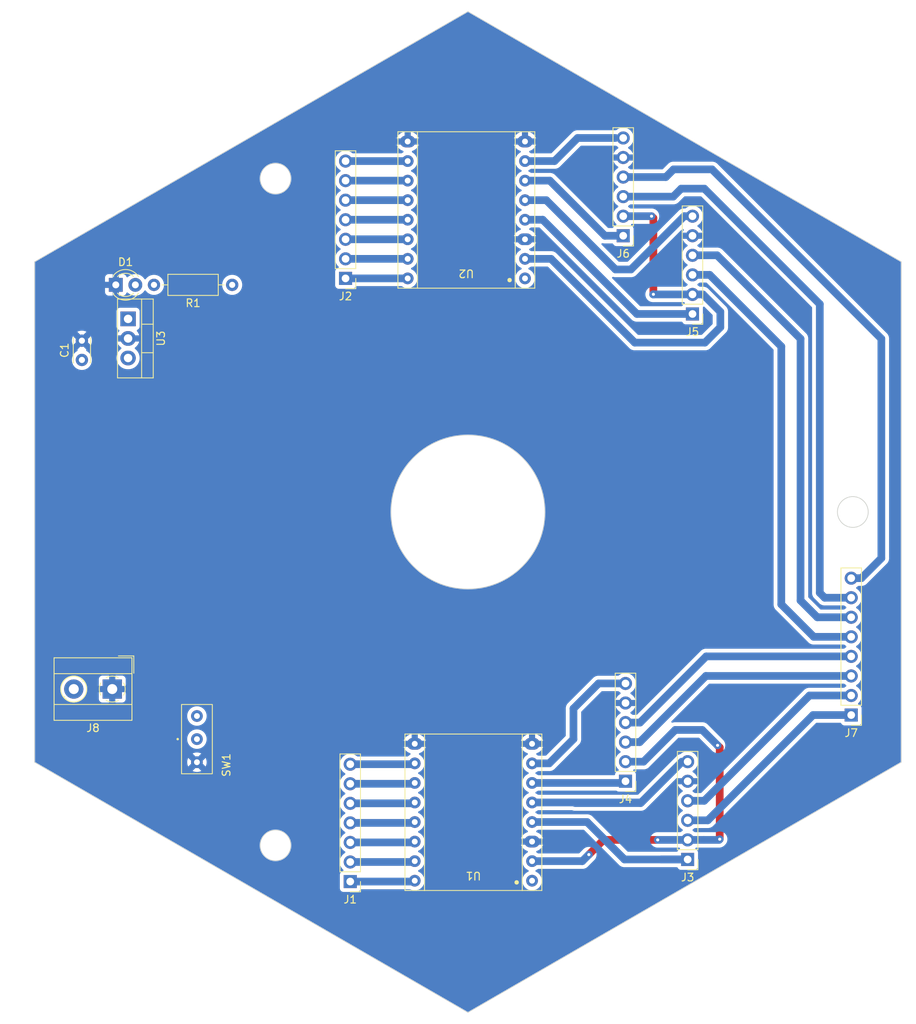
<source format=kicad_pcb>
(kicad_pcb (version 20221018) (generator pcbnew)
  (layers (0 "F.Cu" signal) (31 "B.Cu" signal) (34 "B.Paste" user) (35 "F.Paste" user) (36 "B.SilkS" user "B.Silkscreen") (37 "F.SilkS" user "F.Silkscreen") (38 "B.Mask" user) (39 "F.Mask" user) (44 "Edge.Cuts" user))
  (net 0 "")
  (net 1 "+5V")
  (net 2 "GND")
  (net 3 "Net-(D1-A)")
  (net 4 "/PWM_A")
  (net 5 "/PWM_B")
  (net 6 "/IN_B1")
  (net 7 "/IN_B2")
  (net 8 "/PWM_C")
  (net 9 "/IN_C1")
  (net 10 "/IN_C2")
  (net 11 "/PWM_D")
  (net 12 "/IN_D1")
  (net 13 "/IN_D2")
  (net 14 "/A1")
  (net 15 "/A2")
  (net 16 "/M1Ea")
  (net 17 "/M1Eb")
  (net 18 "/B1")
  (net 19 "/B2")
  (net 20 "/C1")
  (net 21 "/C2")
  (net 22 "/M2Ea")
  (net 23 "/M2Eb")
  (net 24 "/D1")
  (net 25 "/D2")
  (net 26 "VS")
  (net 27 "VCC")
  (net 28 "/STBY1")
  (net 29 "/STBY2")
  (net 30 "/IN_A2")
  (net 31 "/IN_A1")
  (net 32 "/M3Ea")
  (net 33 "/M3Eb")
  (net 34 "/M4Ea")
  (net 35 "/M4Eb")
  (footprint "Package_TO_SOT_THT:TO-220-3_Vertical" (layer "F.Cu") (at 107.638302 80.42 -90)
    (fp_text reference "U3" (at 2.54 -4.27 90) (layer "F.SilkS"))
    (fp_text value "L7805")
    (fp_line (start -2.58 -3.27) (end -2.58 1.371) (stroke (width 0.12)) (layer "F.SilkS"))
    (fp_line (start -2.58 -3.27) (end 7.66 -3.27) (stroke (width 0.12)) (layer "F.SilkS"))
    (fp_line (start -2.58 -1.76) (end 7.66 -1.76) (stroke (width 0.12)) (layer "F.SilkS"))
    (fp_line (start -2.58 1.371) (end 7.66 1.371) (stroke (width 0.12)) (layer "F.SilkS"))
    (fp_line (start 0.69 -3.27) (end 0.69 -1.76) (stroke (width 0.12)) (layer "F.SilkS"))
    (fp_line (start 4.391 -3.27) (end 4.391 -1.76) (stroke (width 0.12)) (layer "F.SilkS"))
    (fp_line (start 7.66 -3.27) (end 7.66 1.371) (stroke (width 0.12)) (layer "F.SilkS"))
    (pad "1" thru_hole rect (at 0 0 270) (size 1.905 2) (drill 1.1) (layers "*.Cu" "*.Mask") (net 26 "VS"))
    (pad "2" thru_hole oval (at 2.54 0 270) (size 1.905 2) (drill 1.1) (layers "*.Cu" "*.Mask") (net 2 "GND"))
    (pad "3" thru_hole oval (at 5.08 0 270) (size 1.905 2) (drill 1.1) (layers "*.Cu" "*.Mask") (net 1 "+5V"))
  )
  (footprint "Resistor_THT:R_Axial_DIN0207_L6.3mm_D2.5mm_P10.16mm_Horizontal" (layer "F.Cu") (at 121.163302 76 180)
    (fp_text reference "R1" (at 5.08 -2.37) (layer "F.SilkS"))
    (fp_text value "R")
    (fp_line (start 1.04 0) (end 1.81 0) (stroke (width 0.12)) (layer "F.SilkS"))
    (fp_line (start 1.81 -1.37) (end 1.81 1.37) (stroke (width 0.12)) (layer "F.SilkS"))
    (fp_line (start 1.81 1.37) (end 8.35 1.37) (stroke (width 0.12)) (layer "F.SilkS"))
    (fp_line (start 8.35 -1.37) (end 1.81 -1.37) (stroke (width 0.12)) (layer "F.SilkS"))
    (fp_line (start 8.35 1.37) (end 8.35 -1.37) (stroke (width 0.12)) (layer "F.SilkS"))
    (fp_line (start 9.12 0) (end 8.35 0) (stroke (width 0.12)) (layer "F.SilkS"))
    (pad "1" thru_hole circle (at 0 0 180) (size 1.6 1.6) (drill 0.8) (layers "*.Cu" "*.Mask") (net 1 "+5V"))
    (pad "2" thru_hole oval (at 10.16 0 180) (size 1.6 1.6) (drill 0.8) (layers "*.Cu" "*.Mask") (net 3 "Net-(D1-A)"))
  )
  (footprint "Connector_PinHeader_2.54mm:PinHeader_1x07_P2.54mm_Vertical" (layer "F.Cu") (at 135.889188 75.16 180)
    (fp_text reference "J2" (at 0 -2.33) (layer "F.SilkS"))
    (fp_text value "U2_input")
    (fp_line (start -1.33 -1.33) (end 0 -1.33) (stroke (width 0.12)) (layer "F.SilkS"))
    (fp_line (start -1.33 0) (end -1.33 -1.33) (stroke (width 0.12)) (layer "F.SilkS"))
    (fp_line (start -1.33 1.27) (end -1.33 16.57) (stroke (width 0.12)) (layer "F.SilkS"))
    (fp_line (start -1.33 1.27) (end 1.33 1.27) (stroke (width 0.12)) (layer "F.SilkS"))
    (fp_line (start -1.33 16.57) (end 1.33 16.57) (stroke (width 0.12)) (layer "F.SilkS"))
    (fp_line (start 1.33 1.27) (end 1.33 16.57) (stroke (width 0.12)) (layer "F.SilkS"))
    (pad "1" thru_hole rect (at 0 0 180) (size 1.7 1.7) (drill 1) (layers "*.Cu" "*.Mask") (net 8 "/PWM_C"))
    (pad "2" thru_hole oval (at 0 2.54 180) (size 1.7 1.7) (drill 1) (layers "*.Cu" "*.Mask") (net 10 "/IN_C2"))
    (pad "3" thru_hole oval (at 0 5.08 180) (size 1.7 1.7) (drill 1) (layers "*.Cu" "*.Mask") (net 9 "/IN_C1"))
    (pad "4" thru_hole oval (at 0 7.62 180) (size 1.7 1.7) (drill 1) (layers "*.Cu" "*.Mask") (net 29 "/STBY2"))
    (pad "5" thru_hole oval (at 0 10.16 180) (size 1.7 1.7) (drill 1) (layers "*.Cu" "*.Mask") (net 12 "/IN_D1"))
    (pad "6" thru_hole oval (at 0 12.7 180) (size 1.7 1.7) (drill 1) (layers "*.Cu" "*.Mask") (net 13 "/IN_D2"))
    (pad "7" thru_hole oval (at 0 15.24 180) (size 1.7 1.7) (drill 1) (layers "*.Cu" "*.Mask") (net 11 "/PWM_D"))
  )
  (footprint "LED_THT:LED_D3.0mm_Clear" (layer "F.Cu") (at 106.043302 76)
    (fp_text reference "D1" (at 1.27 -2.96) (layer "F.SilkS"))
    (fp_text value "LED")
    (fp_line (start -0.29 -1.236) (end -0.29 -1.08) (stroke (width 0.12)) (layer "F.SilkS"))
    (fp_line (start -0.29 1.08) (end -0.29 1.236) (stroke (width 0.12)) (layer "F.SilkS"))
    (fp_arc (start -0.29 -1.235516) (mid 1.366487 -1.987659) (end 2.942335 -1.078608) (stroke (width 0.12)) (layer "F.SilkS"))
    (fp_arc (start 0.229039 -1.08) (mid 1.270117 -1.5) (end 2.31113 -1.079837) (stroke (width 0.12)) (layer "F.SilkS"))
    (fp_arc (start 2.31113 1.079837) (mid 1.270117 1.5) (end 0.229039 1.08) (stroke (width 0.12)) (layer "F.SilkS"))
    (fp_arc (start 2.942335 1.078608) (mid 1.366487 1.987659) (end -0.29 1.235516) (stroke (width 0.12)) (layer "F.SilkS"))
    (pad "1" thru_hole rect (at 0 0) (size 1.8 1.8) (drill 0.9) (layers "*.Cu" "*.Mask") (net 2 "GND"))
    (pad "2" thru_hole circle (at 2.54 0) (size 1.8 1.8) (drill 0.9) (layers "*.Cu" "*.Mask") (net 3 "Net-(D1-A)"))
  )
  (footprint "sche:TB1266FNG_Module" (layer "F.Cu") (at 159.203302 57.38 180)
    (fp_text reference "U2" (at 7.62 -17.145 180 unlocked) (layer "F.SilkS"))
    (fp_text value "TB6612FNG_Module")
    (fp_line (start -1.27 -19.05) (end 1.27 -19.05) (stroke (width 0.12)) (layer "F.SilkS"))
    (fp_line (start -1.27 1.27) (end -1.27 -19.05) (stroke (width 0.12)) (layer "F.SilkS"))
    (fp_line (start 1.27 -19.05) (end 1.27 1.27) (stroke (width 0.12)) (layer "F.SilkS"))
    (fp_line (start 1.27 -19.05) (end 13.97 -19.05) (stroke (width 0.12)) (layer "F.SilkS"))
    (fp_line (start 1.27 1.27) (end -1.27 1.27) (stroke (width 0.12)) (layer "F.SilkS"))
    (fp_line (start 13.97 -19.05) (end 16.51 -19.05) (stroke (width 0.12)) (layer "F.SilkS"))
    (fp_line (start 13.97 1.27) (end 1.27 1.27) (stroke (width 0.12)) (layer "F.SilkS"))
    (fp_line (start 13.97 1.27) (end 13.97 -19.05) (stroke (width 0.12)) (layer "F.SilkS"))
    (fp_line (start 16.51 -19.05) (end 16.51 1.27) (stroke (width 0.12)) (layer "F.SilkS"))
    (fp_line (start 16.51 1.27) (end 13.97 1.27) (stroke (width 0.12)) (layer "F.SilkS"))
    (fp_circle (center 2 -18) (end 2.223607 -18) (stroke (width 0.12)) (fill solid) (layer "F.SilkS"))
    (pad "1" thru_hole circle (at 0 -17.78) (size 1.524 1.524) (drill 0.762) (layers "*.Cu" "*.Mask") (net 26 "VS"))
    (pad "2" thru_hole circle (at 0 -15.24) (size 1.524 1.524) (drill 0.762) (layers "*.Cu" "*.Mask") (net 1 "+5V"))
    (pad "3" thru_hole oval (at 0 -12.7) (size 2 1.524) (drill 0.762) (layers "*.Cu" "*.Mask") (net 2 "GND"))
    (pad "4" thru_hole circle (at 0 -10.16) (size 1.524 1.524) (drill 0.762) (layers "*.Cu" "*.Mask") (net 20 "/C1"))
    (pad "5" thru_hole circle (at 0 -7.62) (size 1.524 1.524) (drill 0.762) (layers "*.Cu" "*.Mask") (net 21 "/C2"))
    (pad "6" thru_hole circle (at 0 -5.08) (size 1.524 1.524) (drill 0.762) (layers "*.Cu" "*.Mask") (net 24 "/D1"))
    (pad "7" thru_hole circle (at 0 -2.54) (size 1.524 1.524) (drill 0.762) (layers "*.Cu" "*.Mask") (net 25 "/D2"))
    (pad "8" thru_hole oval (at 0 0) (size 2 1.524) (drill 0.762) (layers "*.Cu" "*.Mask") (net 2 "GND"))
    (pad "9" thru_hole circle (at 15.24 -17.78) (size 1.524 1.524) (drill 0.762) (layers "*.Cu" "*.Mask") (net 8 "/PWM_C"))
    (pad "10" thru_hole circle (at 15.24 -15.24) (size 1.524 1.524) (drill 0.762) (layers "*.Cu" "*.Mask") (net 10 "/IN_C2"))
    (pad "11" thru_hole circle (at 15.24 -12.7) (size 1.524 1.524) (drill 0.762) (layers "*.Cu" "*.Mask") (net 9 "/IN_C1"))
    (pad "12" thru_hole circle (at 15.24 -10.16) (size 1.524 1.524) (drill 0.762) (layers "*.Cu" "*.Mask") (net 29 "/STBY2"))
    (pad "13" thru_hole circle (at 15.24 -7.62) (size 1.524 1.524) (drill 0.762) (layers "*.Cu" "*.Mask") (net 12 "/IN_D1"))
    (pad "14" thru_hole circle (at 15.24 -5.08) (size 1.524 1.524) (drill 0.762) (layers "*.Cu" "*.Mask") (net 13 "/IN_D2"))
    (pad "15" thru_hole circle (at 15.24 -2.54) (size 1.524 1.524) (drill 0.762) (layers "*.Cu" "*.Mask") (net 11 "/PWM_D"))
    (pad "16" thru_hole oval (at 15.24 0) (size 2 1.524) (drill 0.762) (layers "*.Cu" "*.Mask") (net 2 "GND"))
  )
  (footprint "Connector_PinHeader_2.54mm:PinHeader_1x06_P2.54mm_Vertical" (layer "F.Cu") (at 172.26 140.47 180)
    (fp_text reference "J4" (at 0 -2.33) (layer "F.SilkS"))
    (fp_text value "M2")
    (fp_line (start -1.33 -1.33) (end 0 -1.33) (stroke (width 0.12)) (layer "F.SilkS"))
    (fp_line (start -1.33 0) (end -1.33 -1.33) (stroke (width 0.12)) (layer "F.SilkS"))
    (fp_line (start -1.33 1.27) (end -1.33 14.03) (stroke (width 0.12)) (layer "F.SilkS"))
    (fp_line (start -1.33 1.27) (end 1.33 1.27) (stroke (width 0.12)) (layer "F.SilkS"))
    (fp_line (start -1.33 14.03) (end 1.33 14.03) (stroke (width 0.12)) (layer "F.SilkS"))
    (fp_line (start 1.33 1.27) (end 1.33 14.03) (stroke (width 0.12)) (layer "F.SilkS"))
    (pad "1" thru_hole rect (at 0 0 180) (size 1.7 1.7) (drill 1) (layers "*.Cu" "*.Mask") (net 18 "/B1"))
    (pad "2" thru_hole oval (at 0 2.54 180) (size 1.7 1.7) (drill 1) (layers "*.Cu" "*.Mask") (net 1 "+5V"))
    (pad "3" thru_hole oval (at 0 5.08 180) (size 1.7 1.7) (drill 1) (layers "*.Cu" "*.Mask") (net 22 "/M2Ea"))
    (pad "4" thru_hole oval (at 0 7.62 180) (size 1.7 1.7) (drill 1) (layers "*.Cu" "*.Mask") (net 23 "/M2Eb"))
    (pad "5" thru_hole oval (at 0 10.16 180) (size 1.7 1.7) (drill 1) (layers "*.Cu" "*.Mask") (net 2 "GND"))
    (pad "6" thru_hole oval (at 0 12.7 180) (size 1.7 1.7) (drill 1) (layers "*.Cu" "*.Mask") (net 19 "/B2"))
  )
  (footprint "Connector_PinHeader_2.54mm:PinHeader_1x07_P2.54mm_Vertical" (layer "F.Cu") (at 136.5 153.5 180)
    (fp_text reference "J1" (at 0 -2.33) (layer "F.SilkS"))
    (fp_text value "U1_input")
    (fp_line (start -1.33 -1.33) (end 0 -1.33) (stroke (width 0.12)) (layer "F.SilkS"))
    (fp_line (start -1.33 0) (end -1.33 -1.33) (stroke (width 0.12)) (layer "F.SilkS"))
    (fp_line (start -1.33 1.27) (end -1.33 16.57) (stroke (width 0.12)) (layer "F.SilkS"))
    (fp_line (start -1.33 1.27) (end 1.33 1.27) (stroke (width 0.12)) (layer "F.SilkS"))
    (fp_line (start -1.33 16.57) (end 1.33 16.57) (stroke (width 0.12)) (layer "F.SilkS"))
    (fp_line (start 1.33 1.27) (end 1.33 16.57) (stroke (width 0.12)) (layer "F.SilkS"))
    (pad "1" thru_hole rect (at 0 0 180) (size 1.7 1.7) (drill 1) (layers "*.Cu" "*.Mask") (net 4 "/PWM_A"))
    (pad "2" thru_hole oval (at 0 2.54 180) (size 1.7 1.7) (drill 1) (layers "*.Cu" "*.Mask") (net 30 "/IN_A2"))
    (pad "3" thru_hole oval (at 0 5.08 180) (size 1.7 1.7) (drill 1) (layers "*.Cu" "*.Mask") (net 31 "/IN_A1"))
    (pad "4" thru_hole oval (at 0 7.62 180) (size 1.7 1.7) (drill 1) (layers "*.Cu" "*.Mask") (net 28 "/STBY1"))
    (pad "5" thru_hole oval (at 0 10.16 180) (size 1.7 1.7) (drill 1) (layers "*.Cu" "*.Mask") (net 6 "/IN_B1"))
    (pad "6" thru_hole oval (at 0 12.7 180) (size 1.7 1.7) (drill 1) (layers "*.Cu" "*.Mask") (net 7 "/IN_B2"))
    (pad "7" thru_hole oval (at 0 15.24 180) (size 1.7 1.7) (drill 1) (layers "*.Cu" "*.Mask") (net 5 "/PWM_B"))
  )
  (footprint "sche:TB1266FNG_Module" (layer "F.Cu") (at 160.12 135.61 180)
    (fp_text reference "U1" (at 7.62 -17.145 180 unlocked) (layer "F.SilkS"))
    (fp_text value "TB6612FNG_Module")
    (fp_line (start -1.27 -19.05) (end 1.27 -19.05) (stroke (width 0.12)) (layer "F.SilkS"))
    (fp_line (start -1.27 1.27) (end -1.27 -19.05) (stroke (width 0.12)) (layer "F.SilkS"))
    (fp_line (start 1.27 -19.05) (end 1.27 1.27) (stroke (width 0.12)) (layer "F.SilkS"))
    (fp_line (start 1.27 -19.05) (end 13.97 -19.05) (stroke (width 0.12)) (layer "F.SilkS"))
    (fp_line (start 1.27 1.27) (end -1.27 1.27) (stroke (width 0.12)) (layer "F.SilkS"))
    (fp_line (start 13.97 -19.05) (end 16.51 -19.05) (stroke (width 0.12)) (layer "F.SilkS"))
    (fp_line (start 13.97 1.27) (end 1.27 1.27) (stroke (width 0.12)) (layer "F.SilkS"))
    (fp_line (start 13.97 1.27) (end 13.97 -19.05) (stroke (width 0.12)) (layer "F.SilkS"))
    (fp_line (start 16.51 -19.05) (end 16.51 1.27) (stroke (width 0.12)) (layer "F.SilkS"))
    (fp_line (start 16.51 1.27) (end 13.97 1.27) (stroke (width 0.12)) (layer "F.SilkS"))
    (fp_circle (center 2 -18) (end 2.223607 -18) (stroke (width 0.12)) (fill solid) (layer "F.SilkS"))
    (pad "1" thru_hole circle (at 0 -17.78) (size 1.524 1.524) (drill 0.762) (layers "*.Cu" "*.Mask") (net 26 "VS"))
    (pad "2" thru_hole circle (at 0 -15.24) (size 1.524 1.524) (drill 0.762) (layers "*.Cu" "*.Mask") (net 1 "+5V"))
    (pad "3" thru_hole oval (at 0 -12.7) (size 2 1.524) (drill 0.762) (layers "*.Cu" "*.Mask") (net 2 "GND"))
    (pad "4" thru_hole circle (at 0 -10.16) (size 1.524 1.524) (drill 0.762) (layers "*.Cu" "*.Mask") (net 14 "/A1"))
    (pad "5" thru_hole circle (at 0 -7.62) (size 1.524 1.524) (drill 0.762) (layers "*.Cu" "*.Mask") (net 15 "/A2"))
    (pad "6" thru_hole circle (at 0 -5.08) (size 1.524 1.524) (drill 0.762) (layers "*.Cu" "*.Mask") (net 18 "/B1"))
    (pad "7" thru_hole circle (at 0 -2.54) (size 1.524 1.524) (drill 0.762) (layers "*.Cu" "*.Mask") (net 19 "/B2"))
    (pad "8" thru_hole oval (at 0 0) (size 2 1.524) (drill 0.762) (layers "*.Cu" "*.Mask") (net 2 "GND"))
    (pad "9" thru_hole circle (at 15.24 -17.78) (size 1.524 1.524) (drill 0.762) (layers "*.Cu" "*.Mask") (net 4 "/PWM_A"))
    (pad "10" thru_hole circle (at 15.24 -15.24) (size 1.524 1.524) (drill 0.762) (layers "*.Cu" "*.Mask") (net 30 "/IN_A2"))
    (pad "11" thru_hole circle (at 15.24 -12.7) (size 1.524 1.524) (drill 0.762) (layers "*.Cu" "*.Mask") (net 31 "/IN_A1"))
    (pad "12" thru_hole circle (at 15.24 -10.16) (size 1.524 1.524) (drill 0.762) (layers "*.Cu" "*.Mask") (net 28 "/STBY1"))
    (pad "13" thru_hole circle (at 15.24 -7.62) (size 1.524 1.524) (drill 0.762) (layers "*.Cu" "*.Mask") (net 6 "/IN_B1"))
    (pad "14" thru_hole circle (at 15.24 -5.08) (size 1.524 1.524) (drill 0.762) (layers "*.Cu" "*.Mask") (net 7 "/IN_B2"))
    (pad "15" thru_hole circle (at 15.24 -2.54) (size 1.524 1.524) (drill 0.762) (layers "*.Cu" "*.Mask") (net 5 "/PWM_B"))
    (pad "16" thru_hole oval (at 15.24 0) (size 2 1.524) (drill 0.762) (layers "*.Cu" "*.Mask") (net 2 "GND"))
  )
  (footprint "sche:SPDT_Slidebutton" (layer "F.Cu") (at 116.583302 135 90)
    (fp_text reference "SW1" (at -3.366025 3.830127 90 unlocked) (layer "F.SilkS"))
    (fp_text value "SW_SPDT")
    (fp_rect (start -4.5 -2) (end 4.5 2) (stroke (width 0.12)) (fill none) (layer "F.SilkS"))
    (fp_circle (center 0 -2.5) (end 0.1 -2.5) (stroke (width 0.12)) (fill solid) (layer "F.SilkS"))
    (pad "1" thru_hole circle (at 3 0 90) (size 1.524 1.524) (drill 0.762) (layers "*.Cu" "*.Mask") (net 27 "VCC"))
    (pad "2" thru_hole circle (at 0 0 90) (size 1.524 1.524) (drill 0.762) (layers "*.Cu" "*.Mask") (net 26 "VS"))
    (pad "3" thru_hole circle (at -3 0 90) (size 1.524 1.524) (drill 0.762) (layers "*.Cu" "*.Mask") (net 2 "GND"))
  )
  (footprint "Connector_PinHeader_2.54mm:PinHeader_1x08_P2.54mm_Vertical" (layer "F.Cu") (at 201.583302 131.875 180)
    (fp_text reference "J7" (at 0 -2.33) (layer "F.SilkS"))
    (fp_text value "Encd_sig")
    (fp_line (start -1.33 -1.33) (end 0 -1.33) (stroke (width 0.12)) (layer "F.SilkS"))
    (fp_line (start -1.33 0) (end -1.33 -1.33) (stroke (width 0.12)) (layer "F.SilkS"))
    (fp_line (start -1.33 1.27) (end -1.33 19.11) (stroke (width 0.12)) (layer "F.SilkS"))
    (fp_line (start -1.33 1.27) (end 1.33 1.27) (stroke (width 0.12)) (layer "F.SilkS"))
    (fp_line (start -1.33 19.11) (end 1.33 19.11) (stroke (width 0.12)) (layer "F.SilkS"))
    (fp_line (start 1.33 1.27) (end 1.33 19.11) (stroke (width 0.12)) (layer "F.SilkS"))
    (pad "1" thru_hole rect (at 0 0 180) (size 1.7 1.7) (drill 1) (layers "*.Cu" "*.Mask") (net 16 "/M1Ea"))
    (pad "2" thru_hole oval (at 0 2.54 180) (size 1.7 1.7) (drill 1) (layers "*.Cu" "*.Mask") (net 17 "/M1Eb"))
    (pad "3" thru_hole oval (at 0 5.08 180) (size 1.7 1.7) (drill 1) (layers "*.Cu" "*.Mask") (net 22 "/M2Ea"))
    (pad "4" thru_hole oval (at 0 7.62 180) (size 1.7 1.7) (drill 1) (layers "*.Cu" "*.Mask") (net 23 "/M2Eb"))
    (pad "5" thru_hole oval (at 0 10.16 180) (size 1.7 1.7) (drill 1) (layers "*.Cu" "*.Mask") (net 32 "/M3Ea"))
    (pad "6" thru_hole oval (at 0 12.7 180) (size 1.7 1.7) (drill 1) (layers "*.Cu" "*.Mask") (net 33 "/M3Eb"))
    (pad "7" thru_hole oval (at 0 15.24 180) (size 1.7 1.7) (drill 1) (layers "*.Cu" "*.Mask") (net 34 "/M4Ea"))
    (pad "8" thru_hole oval (at 0 17.78 180) (size 1.7 1.7) (drill 1) (layers "*.Cu" "*.Mask") (net 35 "/M4Eb"))
  )
  (footprint "Connector_PinHeader_2.54mm:PinHeader_1x06_P2.54mm_Vertical" (layer "F.Cu") (at 180.334114 150.63 180)
    (fp_text reference "J3" (at 0 -2.33) (layer "F.SilkS"))
    (fp_text value "M1")
    (fp_line (start -1.33 -1.33) (end 0 -1.33) (stroke (width 0.12)) (layer "F.SilkS"))
    (fp_line (start -1.33 0) (end -1.33 -1.33) (stroke (width 0.12)) (layer "F.SilkS"))
    (fp_line (start -1.33 1.27) (end -1.33 14.03) (stroke (width 0.12)) (layer "F.SilkS"))
    (fp_line (start -1.33 1.27) (end 1.33 1.27) (stroke (width 0.12)) (layer "F.SilkS"))
    (fp_line (start -1.33 14.03) (end 1.33 14.03) (stroke (width 0.12)) (layer "F.SilkS"))
    (fp_line (start 1.33 1.27) (end 1.33 14.03) (stroke (width 0.12)) (layer "F.SilkS"))
    (pad "1" thru_hole rect (at 0 0 180) (size 1.7 1.7) (drill 1) (layers "*.Cu" "*.Mask") (net 14 "/A1"))
    (pad "2" thru_hole oval (at 0 2.54 180) (size 1.7 1.7) (drill 1) (layers "*.Cu" "*.Mask") (net 1 "+5V"))
    (pad "3" thru_hole oval (at 0 5.08 180) (size 1.7 1.7) (drill 1) (layers "*.Cu" "*.Mask") (net 16 "/M1Ea"))
    (pad "4" thru_hole oval (at 0 7.62 180) (size 1.7 1.7) (drill 1) (layers "*.Cu" "*.Mask") (net 17 "/M1Eb"))
    (pad "5" thru_hole oval (at 0 10.16 180) (size 1.7 1.7) (drill 1) (layers "*.Cu" "*.Mask") (net 2 "GND"))
    (pad "6" thru_hole oval (at 0 12.7 180) (size 1.7 1.7) (drill 1) (layers "*.Cu" "*.Mask") (net 15 "/A2"))
  )
  (footprint "Connector_PinHeader_2.54mm:PinHeader_1x06_P2.54mm_Vertical" (layer "F.Cu") (at 171.963302 69.62 180)
    (fp_text reference "J6" (at 0 -2.33) (layer "F.SilkS"))
    (fp_text value "M4")
    (fp_line (start -1.33 -1.33) (end 0 -1.33) (stroke (width 0.12)) (layer "F.SilkS"))
    (fp_line (start -1.33 0) (end -1.33 -1.33) (stroke (width 0.12)) (layer "F.SilkS"))
    (fp_line (start -1.33 1.27) (end -1.33 14.03) (stroke (width 0.12)) (layer "F.SilkS"))
    (fp_line (start -1.33 1.27) (end 1.33 1.27) (stroke (width 0.12)) (layer "F.SilkS"))
    (fp_line (start -1.33 14.03) (end 1.33 14.03) (stroke (width 0.12)) (layer "F.SilkS"))
    (fp_line (start 1.33 1.27) (end 1.33 14.03) (stroke (width 0.12)) (layer "F.SilkS"))
    (pad "1" thru_hole rect (at 0 0 180) (size 1.7 1.7) (drill 1) (layers "*.Cu" "*.Mask") (net 24 "/D1"))
    (pad "2" thru_hole oval (at 0 2.54 180) (size 1.7 1.7) (drill 1) (layers "*.Cu" "*.Mask") (net 1 "+5V"))
    (pad "3" thru_hole oval (at 0 5.08 180) (size 1.7 1.7) (drill 1) (layers "*.Cu" "*.Mask") (net 34 "/M4Ea"))
    (pad "4" thru_hole oval (at 0 7.62 180) (size 1.7 1.7) (drill 1) (layers "*.Cu" "*.Mask") (net 35 "/M4Eb"))
    (pad "5" thru_hole oval (at 0 10.16 180) (size 1.7 1.7) (drill 1) (layers "*.Cu" "*.Mask") (net 2 "GND"))
    (pad "6" thru_hole oval (at 0 12.7 180) (size 1.7 1.7) (drill 1) (layers "*.Cu" "*.Mask") (net 25 "/D2"))
  )
  (footprint "Capacitor_THT:C_Disc_D3.0mm_W2.0mm_P2.50mm" (layer "F.Cu") (at 101.638302 85.75 90)
    (fp_text reference "C1" (at 1.25 -2.25 90) (layer "F.SilkS"))
    (fp_text value "C")
    (fp_line (start -0.37 -1.12) (end -0.37 -1.055) (stroke (width 0.12)) (layer "F.SilkS"))
    (fp_line (start -0.37 -1.12) (end 2.87 -1.12) (stroke (width 0.12)) (layer "F.SilkS"))
    (fp_line (start -0.37 1.055) (end -0.37 1.12) (stroke (width 0.12)) (layer "F.SilkS"))
    (fp_line (start -0.37 1.12) (end 2.87 1.12) (stroke (width 0.12)) (layer "F.SilkS"))
    (fp_line (start 2.87 -1.12) (end 2.87 -1.055) (stroke (width 0.12)) (layer "F.SilkS"))
    (fp_line (start 2.87 1.055) (end 2.87 1.12) (stroke (width 0.12)) (layer "F.SilkS"))
    (pad "1" thru_hole circle (at 0 0 90) (size 1.6 1.6) (drill 0.8) (layers "*.Cu" "*.Mask") (net 1 "+5V"))
    (pad "2" thru_hole circle (at 2.5 0 90) (size 1.6 1.6) (drill 0.8) (layers "*.Cu" "*.Mask") (net 2 "GND"))
  )
  (footprint "TerminalBlock_MetzConnect:TerminalBlock_MetzConnect_Type055_RT01502HDWU_1x02_P5.00mm_Horizontal" (layer "F.Cu") (at 105.583302 128.5 180)
    (fp_text reference "J8" (at 2.5 -5.06) (layer "F.SilkS"))
    (fp_text value "Screw_Terminal_01x02")
    (fp_line (start -2.8 2.06) (end -2.8 4.3) (stroke (width 0.12)) (layer "F.SilkS"))
    (fp_line (start -2.8 4.3) (end -0.8 4.3) (stroke (width 0.12)) (layer "F.SilkS"))
    (fp_line (start -2.56 -4.06) (end -2.56 4.06) (stroke (width 0.12)) (layer "F.SilkS"))
    (fp_line (start -2.56 -4.06) (end 7.56 -4.06) (stroke (width 0.12)) (layer "F.SilkS"))
    (fp_line (start -2.56 -2) (end 7.56 -2) (stroke (width 0.12)) (layer "F.SilkS"))
    (fp_line (start -2.56 2) (end 7.56 2) (stroke (width 0.12)) (layer "F.SilkS"))
    (fp_line (start -2.56 4.06) (end 7.56 4.06) (stroke (width 0.12)) (layer "F.SilkS"))
    (fp_line (start 3.82 0.976) (end 3.726 1.069) (stroke (width 0.12)) (layer "F.SilkS"))
    (fp_line (start 3.99 1.216) (end 3.931 1.274) (stroke (width 0.12)) (layer "F.SilkS"))
    (fp_line (start 6.07 -1.275) (end 6.011 -1.216) (stroke (width 0.12)) (layer "F.SilkS"))
    (fp_line (start 6.275 -1.069) (end 6.181 -0.976) (stroke (width 0.12)) (layer "F.SilkS"))
    (fp_line (start 7.56 -4.06) (end 7.56 4.06) (stroke (width 0.12)) (layer "F.SilkS"))
    (fp_arc (start -1.483953 0.789089) (mid -1.680708 0.00005) (end -1.484 -0.789) (stroke (width 0.12)) (layer "F.SilkS"))
    (fp_arc (start -0.789089 -1.483953) (mid -0.00005 -1.680708) (end 0.789 -1.484) (stroke (width 0.12)) (layer "F.SilkS"))
    (fp_arc (start 0.029383 1.68045) (mid -0.392304 1.634281) (end -0.789 1.484) (stroke (width 0.12)) (layer "F.SilkS"))
    (fp_arc (start 0.788712 1.483352) (mid 0.406429 1.630097) (end 0 1.68) (stroke (width 0.12)) (layer "F.SilkS"))
    (fp_arc (start 1.483953 -0.789089) (mid 1.680708 -0.00005) (end 1.484 0.789) (stroke (width 0.12)) (layer "F.SilkS"))
    (fp_circle (center 5 0) (end 6.68 0) (stroke (width 0.12)) (fill none) (layer "F.SilkS"))
    (pad "1" thru_hole rect (at 0 0 180) (size 2.5 2.5) (drill 1.3) (layers "*.Cu" "*.Mask") (net 2 "GND"))
    (pad "2" thru_hole circle (at 5 0 180) (size 2.5 2.5) (drill 1.3) (layers "*.Cu" "*.Mask") (net 27 "VCC"))
  )
  (footprint "Connector_PinHeader_2.54mm:PinHeader_1x06_P2.54mm_Vertical" (layer "F.Cu") (at 180.963302 79.78 180)
    (fp_text reference "J5" (at 0 -2.33) (layer "F.SilkS"))
    (fp_text value "M3")
    (fp_line (start -1.33 -1.33) (end 0 -1.33) (stroke (width 0.12)) (layer "F.SilkS"))
    (fp_line (start -1.33 0) (end -1.33 -1.33) (stroke (width 0.12)) (layer "F.SilkS"))
    (fp_line (start -1.33 1.27) (end -1.33 14.03) (stroke (width 0.12)) (layer "F.SilkS"))
    (fp_line (start -1.33 1.27) (end 1.33 1.27) (stroke (width 0.12)) (layer "F.SilkS"))
    (fp_line (start -1.33 14.03) (end 1.33 14.03) (stroke (width 0.12)) (layer "F.SilkS"))
    (fp_line (start 1.33 1.27) (end 1.33 14.03) (stroke (width 0.12)) (layer "F.SilkS"))
    (pad "1" thru_hole rect (at 0 0 180) (size 1.7 1.7) (drill 1) (layers "*.Cu" "*.Mask") (net 20 "/C1"))
    (pad "2" thru_hole oval (at 0 2.54 180) (size 1.7 1.7) (drill 1) (layers "*.Cu" "*.Mask") (net 1 "+5V"))
    (pad "3" thru_hole oval (at 0 5.08 180) (size 1.7 1.7) (drill 1) (layers "*.Cu" "*.Mask") (net 32 "/M3Ea"))
    (pad "4" thru_hole oval (at 0 7.62 180) (size 1.7 1.7) (drill 1) (layers "*.Cu" "*.Mask") (net 33 "/M3Eb"))
    (pad "5" thru_hole oval (at 0 10.16 180) (size 1.7 1.7) (drill 1) (layers "*.Cu" "*.Mask") (net 2 "GND"))
    (pad "6" thru_hole oval (at 0 12.7 180) (size 1.7 1.7) (drill 1) (layers "*.Cu" "*.Mask") (net 21 "/C2"))
  )
  (gr_line (start 151.791651 170.5) (end 95.5 138) (stroke (width 0.1)) (layer "Edge.Cuts"))
  (gr_line (start 208.083302 73) (end 151.791651 40.5) (stroke (width 0.1)) (layer "Edge.Cuts"))
  (gr_line (start 151.791651 40.5) (end 95.5 73) (stroke (width 0.1)) (layer "Edge.Cuts"))
  (gr_line (start 208.083302 138) (end 208.083302 73) (stroke (width 0.1)) (layer "Edge.Cuts"))
  (gr_circle (center 201.791651 105.5) (end 199.791651 105.5) (stroke (width 0.1)) (fill none) (layer "Edge.Cuts"))
  (gr_circle (center 126.791651 148.80127) (end 124.791651 148.80127) (stroke (width 0.1)) (fill none) (layer "Edge.Cuts"))
  (gr_line (start 208.083302 138) (end 151.791651 170.5) (stroke (width 0.1)) (layer "Edge.Cuts"))
  (gr_line (start 95.5 73) (end 95.5 138) (stroke (width 0.1)) (layer "Edge.Cuts"))
  (gr_circle (center 151.791651 105.5) (end 141.791651 105.5) (stroke (width 0.1)) (fill none) (layer "Edge.Cuts"))
  (gr_circle (center 126.791651 62.19873) (end 124.791651 62.19873) (stroke (width 0.1)) (fill none) (layer "Edge.Cuts"))
  (segment (start 176.443302 148.09) (end 169.41 148.09) (width 1) (layer "F.Cu") (net 1))
  (segment (start 169.41 148.09) (end 167.5 150) (width 1) (layer "F.Cu") (net 1))
  (segment (start 175.881215 67.317253) (end 175.643962 67.08) (width 1) (layer "F.Cu") (net 1))
  (segment (start 184.5 136.086698) (end 184.223302 135.81) (width 1) (layer "F.Cu") (net 1))
  (segment (start 175.881215 77.228132) (end 175.881215 67.317253) (width 1) (layer "F.Cu") (net 1))
  (segment (start 184.5 148) (end 184.5 136.086698) (width 1) (layer "F.Cu") (net 1))
  (via (at 184.223302 135.81) (size 0.8) (drill 0.4) (layers "F.Cu" "B.Cu") (net 1))
  (via (at 175.643962 67.08) (size 0.8) (drill 0.4) (layers "F.Cu" "B.Cu") (net 1))
  (via (at 167.5 150) (size 0.8) (drill 0.4) (layers "F.Cu" "B.Cu") (net 1))
  (via (at 176.443302 148.09) (size 0.8) (drill 0.4) (layers "F.Cu" "B.Cu") (net 1))
  (via (at 184.5 148) (size 0.8) (drill 0.4) (layers "F.Cu" "B.Cu") (net 1))
  (via (at 175.881215 77.228132) (size 0.8) (drill 0.4) (layers "F.Cu" "B.Cu") (net 1))
  (segment (start 171.963302 67.08) (end 175.643962 67.08) (width 1) (layer "B.Cu") (net 1))
  (segment (start 174.603302 137.93) (end 172.26 137.93) (width 1) (layer "B.Cu") (net 1))
  (segment (start 160.12 150.85) (end 166.65 150.85) (width 1) (layer "B.Cu") (net 1))
  (segment (start 175.893083 77.24) (end 175.881215 77.228132) (width 1) (layer "B.Cu") (net 1))
  (segment (start 175.881215 77.228132) (end 175.869347 77.24) (width 1) (layer "B.Cu") (net 1))
  (segment (start 166.65 150.85) (end 167.5 150) (width 1) (layer "B.Cu") (net 1))
  (segment (start 182.583302 83.5) (end 184.583302 81.5) (width 1) (layer "B.Cu") (net 1))
  (segment (start 167.083302 77.12) (end 173.463302 83.5) (width 1) (layer "B.Cu") (net 1))
  (segment (start 178.723302 133.81) (end 174.603302 137.93) (width 1) (layer "B.Cu") (net 1))
  (segment (start 167.083302 77.12) (end 162.583302 72.62) (width 1) (layer "B.Cu") (net 1))
  (segment (start 182.443302 148.09) (end 184.41 148.09) (width 1) (layer "B.Cu") (net 1))
  (segment (start 180.963302 77.24) (end 175.893083 77.24) (width 1) (layer "B.Cu") (net 1))
  (segment (start 180.334114 148.09) (end 176.443302 148.09) (width 1) (layer "B.Cu") (net 1))
  (segment (start 182.323302 77.24) (end 180.963302 77.24) (width 1) (layer "B.Cu") (net 1))
  (segment (start 162.583302 72.62) (end 159.203302 72.62) (width 1) (layer "B.Cu") (net 1))
  (segment (start 173.463302 83.5) (end 182.583302 83.5) (width 1) (layer "B.Cu") (net 1))
  (segment (start 184.583302 79.5) (end 182.323302 77.24) (width 1) (layer "B.Cu") (net 1))
  (segment (start 184.223302 135.81) (end 182.223302 133.81) (width 1) (layer "B.Cu") (net 1))
  (segment (start 175.869347 77.24) (end 175.843302 77.24) (width 1) (layer "B.Cu") (net 1))
  (segment (start 182.223302 133.81) (end 178.723302 133.81) (width 1) (layer "B.Cu") (net 1))
  (segment (start 184.583302 81.5) (end 184.583302 79.5) (width 1) (layer "B.Cu") (net 1))
  (segment (start 184.41 148.09) (end 184.5 148) (width 1) (layer "B.Cu") (net 1))
  (segment (start 180.334114 148.09) (end 182.443302 148.09) (width 1) (layer "B.Cu") (net 1))
  (segment (start 144.603302 153.5) (end 136.529188 153.5) (width 1) (layer "B.Cu") (net 4))
  (segment (start 144.603302 138.26) (end 136.529188 138.26) (width 1) (layer "B.Cu") (net 5))
  (segment (start 144.603302 143.34) (end 136.529188 143.34) (width 1) (layer "B.Cu") (net 6))
  (segment (start 144.603302 140.8) (end 136.529188 140.8) (width 1) (layer "B.Cu") (net 7))
  (segment (start 135.889188 75.16) (end 143.963302 75.16) (width 1) (layer "B.Cu") (net 8))
  (segment (start 143.963302 70.08) (end 135.889188 70.08) (width 1) (layer "B.Cu") (net 9))
  (segment (start 143.963302 72.62) (end 135.889188 72.62) (width 1) (layer "B.Cu") (net 10))
  (segment (start 143.963302 59.92) (end 135.889188 59.92) (width 1) (layer "B.Cu") (net 11))
  (segment (start 143.963302 65) (end 135.889188 65) (width 1) (layer "B.Cu") (net 12))
  (segment (start 143.963302 62.46) (end 135.889188 62.46) (width 1) (layer "B.Cu") (net 13))
  (segment (start 167.27 145.77) (end 172.13 150.63) (width 1) (layer "B.Cu") (net 14))
  (segment (start 160.12 145.77) (end 167.27 145.77) (width 1) (layer "B.Cu") (net 14))
  (segment (start 180.334114 150.63) (end 176.903302 150.63) (width 1) (layer "B.Cu") (net 14))
  (segment (start 172.13 150.63) (end 180.334114 150.63) (width 1) (layer "B.Cu") (net 14))
  (segment (start 180.334114 137.93) (end 179.603302 137.93) (width 1) (layer "B.Cu") (net 15))
  (segment (start 179.603302 137.93) (end 174.223302 143.31) (width 1) (layer "B.Cu") (net 15))
  (segment (start 174.303302 143.23) (end 179.603302 137.93) (width 1) (layer "B.Cu") (net 15))
  (segment (start 174.223302 143.31) (end 165.723302 143.31) (width 1) (layer "B.Cu") (net 15))
  (segment (start 160.12 143.23) (end 174.303302 143.23) (width 1) (layer "B.Cu") (net 15))
  (segment (start 196.625 131.875) (end 201.583302 131.875) (width 1) (layer "B.Cu") (net 16))
  (segment (start 182.95 145.55) (end 196.625 131.875) (width 1) (layer "B.Cu") (net 16))
  (segment (start 180.334114 145.55) (end 182.95 145.55) (width 1) (layer "B.Cu") (net 16))
  (segment (start 180.334114 143.01) (end 182.49 143.01) (width 1) (layer "B.Cu") (net 17))
  (segment (start 196.165 129.335) (end 201.583302 129.335) (width 1) (layer "B.Cu") (net 17))
  (segment (start 182.49 143.01) (end 196.165 129.335) (width 1) (layer "B.Cu") (net 17))
  (segment (start 160.12 140.69) (end 172.04 140.69) (width 1) (layer "B.Cu") (net 18))
  (segment (start 172.04 140.69) (end 172.26 140.47) (width 1) (layer "B.Cu") (net 18))
  (segment (start 172.26 127.77) (end 168.763302 127.77) (width 1) (layer "B.Cu") (net 19))
  (segment (start 162.35 138.15) (end 165.5 135) (width 1) (layer "B.Cu") (net 19))
  (segment (start 160.12 138.15) (end 162.35 138.15) (width 1) (layer "B.Cu") (net 19))
  (segment (start 165.5 131.033302) (end 168.763302 127.77) (width 1) (layer "B.Cu") (net 19))
  (segment (start 165.5 135) (end 165.5 131.033302) (width 1) (layer "B.Cu") (net 19))
  (segment (start 161.503302 67.54) (end 159.203302 67.54) (width 1) (layer "B.Cu") (net 20))
  (segment (start 173.743302 79.78) (end 161.503302 67.54) (width 1) (layer "B.Cu") (net 20))
  (segment (start 180.963302 79.78) (end 173.743302 79.78) (width 1) (layer "B.Cu") (net 20))
  (segment (start 179.883302 67.08) (end 172.963302 74) (width 1) (layer "B.Cu") (net 21))
  (segment (start 172.963302 74) (end 170.963302 74) (width 1) (layer "B.Cu") (net 21))
  (segment (start 180.963302 67.08) (end 179.883302 67.08) (width 1) (layer "B.Cu") (net 21))
  (segment (start 170.963302 74) (end 161.963302 65) (width 1) (layer "B.Cu") (net 21))
  (segment (start 161.963302 65) (end 159.203302 65) (width 1) (layer "B.Cu") (net 21))
  (segment (start 182.705 126.795) (end 201.583302 126.795) (width 1) (layer "B.Cu") (net 22))
  (segment (start 172.26 135.39) (end 174.11 135.39) (width 1) (layer "B.Cu") (net 22))
  (segment (start 174.11 135.39) (end 182.705 126.795) (width 1) (layer "B.Cu") (net 22))
  (segment (start 174.15 132.85) (end 182.745 124.255) (width 1) (layer "B.Cu") (net 23))
  (segment (start 172.26 132.85) (end 174.15 132.85) (width 1) (layer "B.Cu") (net 23))
  (segment (start 182.745 124.255) (end 201.583302 124.255) (width 1) (layer "B.Cu") (net 23))
  (segment (start 171.963302 69.62) (end 169.583302 69.62) (width 1) (layer "B.Cu") (net 24))
  (segment (start 169.583302 69.62) (end 162.423302 62.46) (width 1) (layer "B.Cu") (net 24))
  (segment (start 162.423302 62.46) (end 159.203302 62.46) (width 1) (layer "B.Cu") (net 24))
  (segment (start 170.963302 56.92) (end 166.043302 56.92) (width 1) (layer "B.Cu") (net 25))
  (segment (start 163.043302 59.92) (end 159.203302 59.92) (width 1) (layer "B.Cu") (net 25))
  (segment (start 166.043302 56.92) (end 163.043302 59.92) (width 1) (layer "B.Cu") (net 25))
  (segment (start 144.603302 145.88) (end 136.529188 145.88) (width 1) (layer "B.Cu") (net 28))
  (segment (start 143.963302 67.54) (end 135.889188 67.54) (width 1) (layer "B.Cu") (net 29))
  (segment (start 144.603302 150.96) (end 136.529188 150.96) (width 1) (layer "B.Cu") (net 30))
  (segment (start 144.603302 148.42) (end 136.529188 148.42) (width 1) (layer "B.Cu") (net 31))
  (segment (start 192.5 84) (end 192.5 117.5) (width 1) (layer "B.Cu") (net 32))
  (segment (start 180.963302 74.7) (end 183.2 74.7) (width 1) (layer "B.Cu") (net 32))
  (segment (start 183.2 74.7) (end 192.5 84) (width 1) (layer "B.Cu") (net 32))
  (segment (start 196.715 121.715) (end 201.583302 121.715) (width 1) (layer "B.Cu") (net 32))
  (segment (start 192.5 117.5) (end 196.715 121.715) (width 1) (layer "B.Cu") (net 32))
  (segment (start 201.583302 119.175) (end 197.175 119.175) (width 1) (layer "B.Cu") (net 33))
  (segment (start 184.16 72.16) (end 180.963302 72.16) (width 1) (layer "B.Cu") (net 33))
  (segment (start 195 117) (end 195 83) (width 1) (layer "B.Cu") (net 33))
  (segment (start 195 83) (end 184.16 72.16) (width 1) (layer "B.Cu") (net 33))
  (segment (start 197.175 119.175) (end 195 117) (width 1) (layer "B.Cu") (net 33))
  (segment (start 182.5 63.5) (end 197.5 78.5) (width 1) (layer "B.Cu") (net 34))
  (segment (start 178.46 64.54) (end 179.5 63.5) (width 1) (layer "B.Cu") (net 34))
  (segment (start 179.5 63.5) (end 182.5 63.5) (width 1) (layer "B.Cu") (net 34))
  (segment (start 171.963302 64.54) (end 178.46 64.54) (width 1) (layer "B.Cu") (net 34))
  (segment (start 197.5 78.5) (end 197.5 116) (width 1) (layer "B.Cu") (net 34))
  (segment (start 198.135 116.635) (end 201.583302 116.635) (width 1) (layer "B.Cu") (net 34))
  (segment (start 197.5 116) (end 198.135 116.635) (width 1) (layer "B.Cu") (net 34))
  (segment (start 202.905 114.095) (end 201.583302 114.095) (width 1) (layer "B.Cu") (net 35))
  (segment (start 178.5 61) (end 183.5 61) (width 1) (layer "B.Cu") (net 35))
  (segment (start 205.5 111.5) (end 202.905 114.095) (width 1) (layer "B.Cu") (net 35))
  (segment (start 183.5 61) (end 205.5 83) (width 1) (layer "B.Cu") (net 35))
  (segment (start 205.5 83) (end 205.5 111.5) (width 1) (layer "B.Cu") (net 35))
  (segment (start 171.963302 62) (end 177.5 62) (width 1) (layer "B.Cu") (net 35))
  (segment (start 177.5 62) (end 178.5 61) (width 1) (layer "B.Cu") (net 35))
  (zone (net 2) (net_name "GND") (layer "B.Cu") (connect_pads (clearance 0.5)) (min_thickness 0.25) (fill yes (thermal_gap 0.5) (thermal_bridge_width 0.8))
    (polygon (pts (xy 91 39) (xy 210 39) (xy 210 172) (xy 91 172)))
  )
)
</source>
